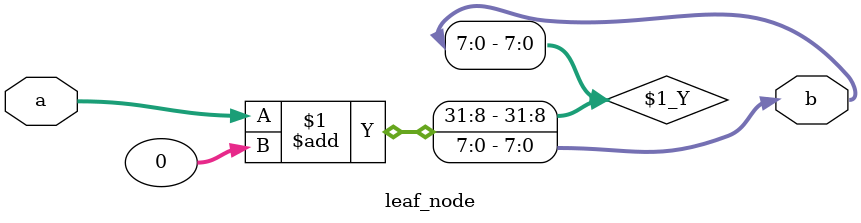
<source format=sv>

module leaf_node #(
    parameter int A = 0,
    parameter int B = 0,
    parameter bit[3:0] C = 0,
    parameter logic D = 1'b0
) (
    input  logic [7:0] a,
    output logic [7:0] b
);

assign b = a + B;

endmodule : leaf_node
</source>
